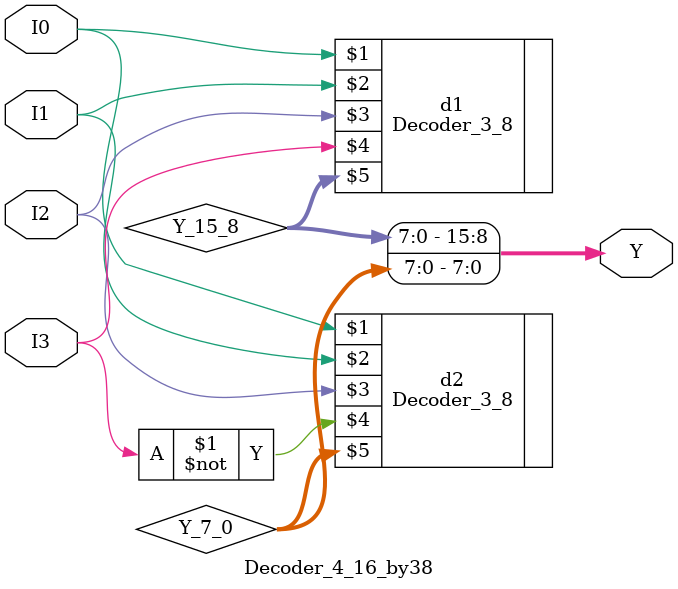
<source format=v>
`timescale 1ns / 1ps


module Decoder_4_16_by38(
    input I0, I1, I2, I3,
    output [15:0] Y
    );
    wire [7:0] Y_15_8, Y_7_0;
    Decoder_3_8 d1(I0, I1, I2, I3, Y_15_8);
    Decoder_3_8 d2(I0, I1, I2, ~I3, Y_7_0);
    assign Y = {Y_15_8, Y_7_0};
endmodule

</source>
